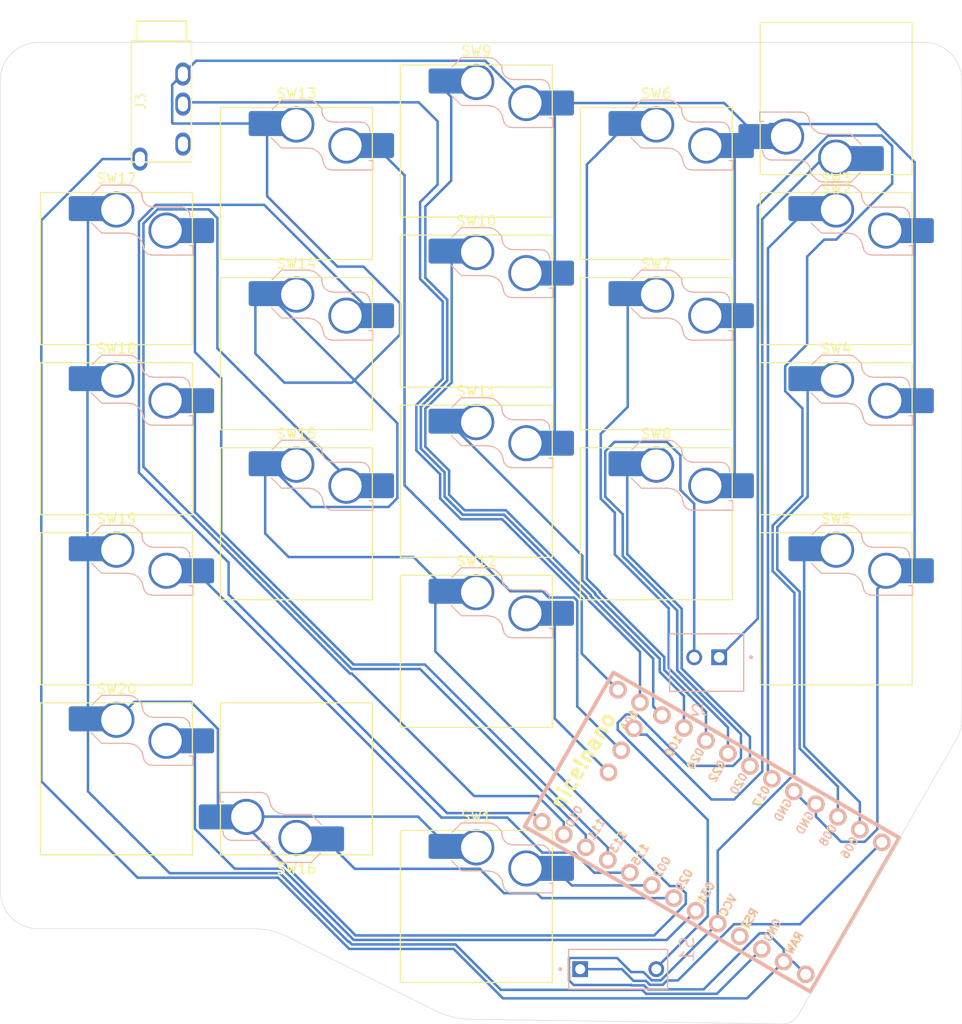
<source format=kicad_pcb>
(kicad_pcb (version 20221018) (generator pcbnew)
  (layers (0 "F.Cu" signal) (31 "B.Cu" signal) (34 "B.Paste" user) (35 "F.Paste" user) (36 "B.SilkS" user "B.Silkscreen") (37 "F.SilkS" user "F.Silkscreen") (38 "B.Mask" user) (39 "F.Mask" user) (44 "Edge.Cuts" user))
  (net 0 "")
  (net 1 "9")
  (net 2 "10")
  (net 3 "11")
  (net 4 "13")
  (net 5 "16")
  (net 6 "17")
  (net 7 "18")
  (net 8 "19")
  (net 9 "20")
  (net 10 "21")
  (net 11 "GND")
  (net 12 "3v3")
  (net 13 "1")
  (net 14 "3")
  (net 15 "4")
  (net 16 "6")
  (net 17 "7")
  (net 18 "8")
  (net 19 "2")
  (net 20 "15")
  (net 21 "14")
  (net 22 "12")
  (net 23 "5")
  (net 24 "Net-(J2-Pad2)")
  (net 25 "RST")
  (net 27 "B-")
  (footprint "ScottoKeebs_Hotswap:Hotswap_Choc_V1_Plated_1.00u" (layer "F.Cu") (at 186.225 56.317944)
    (fp_text reference "SW3")
    (fp_text value "CherryMX")
  )
  (footprint "ScottoKeebs_Hotswap:Hotswap_Choc_V1_Plated_1.00u" (layer "F.Cu") (at 186.225 73.317944)
    (fp_text reference "SW4")
    (fp_text value "CherryMX")
  )
  (footprint "ScottoKeebs_Hotswap:Hotswap_Choc_V1_Plated_1.00u" (layer "F.Cu") (at 186.225 90.317944)
    (fp_text reference "SW5")
    (fp_text value "CherryMX")
  )
  (footprint "ScottoKeebs_Hotswap:Hotswap_Choc_V1_Plated_1.00u" (layer "F.Cu") (at 168.225 47.817944)
    (fp_text reference "SW6")
    (fp_text value "CherryMX")
  )
  (footprint "ScottoKeebs_Hotswap:Hotswap_Choc_V1_Plated_1.00u" (layer "F.Cu") (at 168.225 64.817944)
    (fp_text reference "SW7")
    (fp_text value "CherryMX")
  )
  (footprint "ScottoKeebs_Hotswap:Hotswap_Choc_V1_Plated_1.00u" (layer "F.Cu") (at 168.225 81.817944)
    (fp_text reference "SW8")
    (fp_text value "CherryMX")
  )
  (footprint "ScottoKeebs_Hotswap:Hotswap_Choc_V1_Plated_1.00u" (layer "F.Cu") (at 150.225 43.567944)
    (fp_text reference "SW9")
    (fp_text value "CherryMX")
  )
  (footprint "ScottoKeebs_Hotswap:Hotswap_Choc_V1_Plated_1.00u" (layer "F.Cu") (at 150.225 60.567944)
    (fp_text reference "SW10")
    (fp_text value "CherryMX")
  )
  (footprint "ScottoKeebs_Hotswap:Hotswap_Choc_V1_Plated_1.00u" (layer "F.Cu") (at 150.225 77.567944)
    (fp_text reference "SW11")
    (fp_text value "CherryMX")
  )
  (footprint "ScottoKeebs_Hotswap:Hotswap_Choc_V1_Plated_1.00u" (layer "F.Cu") (at 132.225 47.817944)
    (fp_text reference "SW13")
    (fp_text value "CherryMX")
  )
  (footprint "ScottoKeebs_Hotswap:Hotswap_Choc_V1_Plated_1.00u" (layer "F.Cu") (at 132.225 64.817944)
    (fp_text reference "SW14")
    (fp_text value "CherryMX")
  )
  (footprint "ScottoKeebs_Hotswap:Hotswap_Choc_V1_Plated_1.00u" (layer "F.Cu") (at 132.225 81.817944)
    (fp_text reference "SW15")
    (fp_text value "CherryMX")
  )
  (footprint "ScottoKeebs_Hotswap:Hotswap_Choc_V1_Plated_1.00u" (layer "F.Cu") (at 132.225 107.317944 180)
    (fp_text reference "SW16")
    (fp_text value "CherryMX")
  )
  (footprint "ScottoKeebs_Hotswap:Hotswap_Choc_V1_Plated_1.00u" (layer "F.Cu") (at 114.225 56.317944)
    (fp_text reference "SW17")
    (fp_text value "CherryMX")
  )
  (footprint "ScottoKeebs_Hotswap:Hotswap_Choc_V1_Plated_1.00u" (layer "F.Cu") (at 114.225 73.317944)
    (fp_text reference "SW18")
    (fp_text value "CherryMX")
  )
  (footprint "ScottoKeebs_Hotswap:Hotswap_Choc_V1_Plated_1.00u" (layer "F.Cu") (at 114.225 90.317944)
    (fp_text reference "SW19")
    (fp_text value "CherryMX")
  )
  (footprint "ScottoKeebs_Hotswap:Hotswap_Choc_V1_Plated_1.00u" (layer "F.Cu") (at 114.225 107.317944)
    (fp_text reference "SW20")
    (fp_text value "CherryMX")
  )
  (footprint "Nice_nano:nice_nano" (layer "F.Cu") (at 172.69 112.002944 150)
    (fp_text reference "U3" hide)
    (fp_text value "nice_nano" hide)
  )
  (footprint "ScottoKeebs_Hotswap:Hotswap_Choc_V1_Plated_1.00u" (layer "F.Cu") (at 186.225 39.317944 180)
    (fp_text reference "SW2")
    (fp_text value "CherryMX")
  )
  (footprint "ScottoKeebs_Hotswap:Hotswap_Choc_V1_Plated_1.00u" (layer "F.Cu") (at 150.225 120.067944)
    (fp_text reference "SW1")
    (fp_text value "CherryMX")
  )
  (footprint "MJ-4PP-9:MJ-4PP-9" (layer "F.Cu") (at 118.775 39.617944 -90)
    (fp_text reference "J3")
    (fp_text value "MJ-4PP-9_MJ-4PP-9")
  )
  (footprint "ScottoKeebs_Hotswap:Hotswap_Choc_V1_Plated_1.00u" (layer "F.Cu") (at 150.225 94.567944)
    (fp_text reference "SW12")
    (fp_text value "CherryMX")
  )
  (footprint "DIP:SW_DS01-254-L-01BE" (layer "B.Cu") (at 164.425 126.337944 90)
    (fp_text reference "S1")
    (fp_text value "DS01-254-L-01BE")
  )
  (footprint "Connectors_user:JST_B2B-XH-A_LF__SN_" (layer "B.Cu") (at 173.275 95.692944)
    (fp_text reference "J2")
    (fp_text value "B2B-XH-A_LF__SN_")
  )
  (gr_arc (start 127.84125 122.292944) (mid 129.804879 122.534678) (end 131.65125 123.245444) (stroke (width 0.05)) (layer "Edge.Cuts"))
  (gr_line (start 102.6 37.520444) (end 102.6 118.482944) (stroke (width 0.05)) (layer "Edge.Cuts"))
  (gr_line (start 198.8025 101.337944) (end 198.8025 37.520444) (stroke (width 0.05)) (layer "Edge.Cuts"))
  (gr_line (start 131.65125 123.245444) (end 145.93875 130.389194) (stroke (width 0.05)) (layer "Edge.Cuts"))
  (gr_arc (start 102.6 37.520444) (mid 103.715922 34.826365) (end 106.41 33.710444) (stroke (width 0.05)) (layer "Edge.Cuts"))
  (gr_arc (start 182.509442 130.815165) (mid 181.748215 131.570266) (end 180.705 131.817944) (stroke (width 0.05)) (layer "Edge.Cuts"))
  (gr_arc (start 149.74875 131.341694) (mid 147.785121 131.09996) (end 145.93875 130.389194) (stroke (width 0.05)) (layer "Edge.Cuts"))
  (gr_line (start 194.9925 33.710444) (end 106.41 33.710444) (stroke (width 0.05)) (layer "Edge.Cuts"))
  (gr_arc (start 198.8025 101.337944) (mid 198.681633 102.319759) (end 198.32625 103.242944) (stroke (width 0.05)) (layer "Edge.Cuts"))
  (gr_line (start 182.509442 130.815165) (end 198.32625 103.242944) (stroke (width 0.05)) (layer "Edge.Cuts"))
  (gr_arc (start 194.9925 33.710444) (mid 197.686577 34.826367) (end 198.8025 37.520444) (stroke (width 0.05)) (layer "Edge.Cuts"))
  (gr_line (start 180.705 131.817944) (end 149.74875 131.341694) (stroke (width 0.05)) (layer "Edge.Cuts"))
  (gr_arc (start 106.41 122.292944) (mid 103.715923 121.177021) (end 102.6 118.482944) (stroke (width 0.05)) (layer "Edge.Cuts"))
  (gr_line (start 127.84125 122.292944) (end 106.41 122.292944) (stroke (width 0.05)) (layer "Edge.Cuts"))
  (segment (start 161.225 89.150052) (end 161.225 89.247132) (width 0.25) (layer "B.Cu") (net 1))
  (segment (start 144.675 70.136448) (end 144.675 74.30434) (width 0.25) (layer "B.Cu") (net 1))
  (segment (start 152.992892 80.917944) (end 161.225 89.150052) (width 0.25) (layer "B.Cu") (net 1))
  (segment (start 145.268504 69.542944) (end 144.675 70.136448) (width 0.25) (layer "B.Cu") (net 1))
  (segment (start 145.125 50.117944) (end 145.125 57.231548) (width 0.25) (layer "B.Cu") (net 1))
  (segment (start 144.675 74.30434) (end 147.055 76.68434) (width 0.25) (layer "B.Cu") (net 1))
  (segment (start 147.715 47.527944) (end 145.125 50.117944) (width 0.25) (layer "B.Cu") (net 1))
  (segment (start 147.715 39.157944) (end 147.715 47.527944) (width 0.25) (layer "B.Cu") (net 1))
  (segment (start 147.055 76.68434) (end 147.055 79.10434) (width 0.25) (layer "B.Cu") (net 1))
  (segment (start 145.286396 69.542944) (end 145.268504 69.542944) (width 0.25) (layer "B.Cu") (net 1))
  (segment (start 147.315 59.421548) (end 147.315 67.51434) (width 0.25) (layer "B.Cu") (net 1))
  (segment (start 145.125 57.231548) (end 147.315 59.421548) (width 0.25) (layer "B.Cu") (net 1))
  (segment (start 147.055 79.10434) (end 148.868604 80.917944) (width 0.25) (layer "B.Cu") (net 1))
  (segment (start 166.60133 94.623462) (end 166.60133 99.68883) (width 0.25) (layer "B.Cu") (net 1))
  (segment (start 147.315 67.51434) (end 145.286396 69.542944) (width 0.25) (layer "B.Cu") (net 1))
  (segment (start 148.868604 80.917944) (end 152.992892 80.917944) (width 0.25) (layer "B.Cu") (net 1))
  (segment (start 161.225 89.247132) (end 166.60133 94.623462) (width 0.25) (layer "B.Cu") (net 1))
  (segment (start 147.375 37.567944) (end 147.375 38.817944) (width 0.25) (layer "B.Cu") (net 1))
  (segment (start 147.375 38.817944) (end 147.715 39.157944) (width 0.25) (layer "B.Cu") (net 1))
  (segment (start 144.605 49.667944) (end 146.355 47.917944) (width 0.25) (layer "B.Cu") (net 2))
  (segment (start 144.605 57.347944) (end 144.605 49.667944) (width 0.25) (layer "B.Cu") (net 2))
  (segment (start 148.682208 81.367944) (end 146.605 79.290736) (width 0.25) (layer "B.Cu") (net 2))
  (segment (start 144.225 69.950052) (end 145.082108 69.092944) (width 0.25) (layer "B.Cu") (net 2))
  (segment (start 152.806496 81.367944) (end 148.682208 81.367944) (width 0.25) (layer "B.Cu") (net 2))
  (segment (start 145.1 69.092944) (end 146.865 67.327944) (width 0.25) (layer "B.Cu") (net 2))
  (segment (start 164.401625 98.41883) (end 160.775 94.792205) (width 0.25) (layer "B.Cu") (net 2))
  (segment (start 146.355 47.917944) (end 146.355 41.587944) (width 0.25) (layer "B.Cu") (net 2))
  (segment (start 121.045 39.697944) (end 120.875 39.867944) (width 0.25) (layer "B.Cu") (net 2))
  (segment (start 146.605 79.290736) (end 146.605 76.870736) (width 0.25) (layer "B.Cu") (net 2))
  (segment (start 144.465 39.697944) (end 121.045 39.697944) (width 0.25) (layer "B.Cu") (net 2))
  (segment (start 146.605 76.870736) (end 144.225 74.490736) (width 0.25) (layer "B.Cu") (net 2))
  (segment (start 146.865 59.607944) (end 144.605 57.347944) (width 0.25) (layer "B.Cu") (net 2))
  (segment (start 145.082108 69.092944) (end 145.1 69.092944) (width 0.25) (layer "B.Cu") (net 2))
  (segment (start 146.355 41.587944) (end 144.465 39.697944) (width 0.25) (layer "B.Cu") (net 2))
  (segment (start 160.775 89.336448) (end 152.806496 81.367944) (width 0.25) (layer "B.Cu") (net 2))
  (segment (start 146.865 67.327944) (end 146.865 59.607944) (width 0.25) (layer "B.Cu") (net 2))
  (segment (start 160.775 94.792205) (end 160.775 89.336448) (width 0.25) (layer "B.Cu") (net 2))
  (segment (start 144.225 74.490736) (end 144.225 69.950052) (width 0.25) (layer "B.Cu") (net 2))
  (segment (start 189.075 45.317944) (end 184.8799 45.317944) (width 0.25) (layer "B.Cu") (net 3))
  (segment (start 178.835 106.574492) (end 176.031548 109.377944) (width 0.25) (layer "B.Cu") (net 3))
  (segment (start 184.8799 45.317944) (end 178.835 51.362844) (width 0.25) (layer "B.Cu") (net 3))
  (segment (start 173.750443 109.377944) (end 167.270443 102.897944) (width 0.25) (layer "B.Cu") (net 3))
  (segment (start 166.61965 102.897944) (end 165.991241 102.269535) (width 0.25) (layer "B.Cu") (net 3))
  (segment (start 176.031548 109.377944) (end 173.750443 109.377944) (width 0.25) (layer "B.Cu") (net 3))
  (segment (start 167.270443 102.897944) (end 166.61965 102.897944) (width 0.25) (layer "B.Cu") (net 3))
  (segment (start 178.835 51.362844) (end 178.835 106.574492) (width 0.25) (layer "B.Cu") (net 3))
  (segment (start 158.075 101.292703) (end 158.075 90.767944) (width 0.25) (layer "B.Cu") (net 4))
  (segment (start 163.451241 106.668944) (end 158.075 101.292703) (width 0.25) (layer "B.Cu") (net 4))
  (segment (start 161.181034 112.917783) (end 144.606195 96.342944) (width 0.25) (layer "B.Cu") (net 5))
  (segment (start 122.075 80.65434) (end 122.075 69.517944) (width 0.25) (layer "B.Cu") (net 5))
  (segment (start 161.181034 114.157058) (end 161.181034 112.917783) (width 0.25) (layer "B.Cu") (net 5))
  (segment (start 137.763604 96.342944) (end 122.075 80.65434) (width 0.25) (layer "B.Cu") (net 5))
  (segment (start 144.606195 96.342944) (end 137.763604 96.342944) (width 0.25) (layer "B.Cu") (net 5))
  (segment (start 124.705 82.647944) (end 137.95 95.892944) (width 0.25) (layer "B.Cu") (net 6))
  (segment (start 163.380739 114.187783) (end 163.380739 115.427058) (width 0.25) (layer "B.Cu") (net 6))
  (segment (start 137.95 95.892944) (end 145.0859 95.892944) (width 0.25) (layer "B.Cu") (net 6))
  (segment (start 122.075 52.517944) (end 122.075 64.657944) (width 0.25) (layer "B.Cu") (net 6))
  (segment (start 145.0859 95.892944) (end 163.380739 114.187783) (width 0.25) (layer "B.Cu") (net 6))
  (segment (start 122.075 64.657944) (end 124.705 67.287944) (width 0.25) (layer "B.Cu") (net 6))
  (segment (start 124.705 67.287944) (end 124.705 82.647944) (width 0.25) (layer "B.Cu") (net 6))
  (segment (start 122.075 86.517944) (end 146.747814 111.190758) (width 0.25) (layer "B.Cu") (net 7))
  (segment (start 162.022139 116.697058) (end 165.580443 116.697058) (width 0.25) (layer "B.Cu") (net 7))
  (segment (start 156.833604 114.692944) (end 160.018025 114.692944) (width 0.25) (layer "B.Cu") (net 7))
  (segment (start 153.331418 111.190758) (end 156.833604 114.692944) (width 0.25) (layer "B.Cu") (net 7))
  (segment (start 160.018025 114.692944) (end 162.022139 116.697058) (width 0.25) (layer "B.Cu") (net 7))
  (segment (start 146.747814 111.190758) (end 153.331418 111.190758) (width 0.25) (layer "B.Cu") (net 7))
  (segment (start 159.774114 117.967058) (end 167.780148 117.967058) (width 0.25) (layer "B.Cu") (net 8))
  (segment (start 158.075 116.267944) (end 159.774114 117.967058) (width 0.25) (layer "B.Cu") (net 8))
  (segment (start 150.566219 116.307944) (end 138.065 116.307944) (width 0.25) (layer "B.Cu") (net 9))
  (segment (start 156.273833 118.742944) (end 153.001219 118.742944) (width 0.25) (layer "B.Cu") (net 9))
  (segment (start 156.767947 119.237058) (end 156.273833 118.742944) (width 0.25) (layer "B.Cu") (net 9))
  (segment (start 153.001219 118.742944) (end 150.566219 116.307944) (width 0.25) (layer "B.Cu") (net 9))
  (segment (start 138.065 116.307944) (end 135.075 113.317944) (width 0.25) (layer "B.Cu") (net 9))
  (segment (start 169.979852 119.237058) (end 156.767947 119.237058) (width 0.25) (layer "B.Cu") (net 9))
  (segment (start 130.843604 116.297944) (end 137.963604 123.417944) (width 0.25) (layer "B.Cu") (net 10))
  (segment (start 122.075 103.517944) (end 122.075 112.313044) (width 0.25) (layer "B.Cu") (net 10))
  (segment (start 126.0599 116.297944) (end 130.843604 116.297944) (width 0.25) (layer "B.Cu") (net 10))
  (segment (start 137.963604 123.417944) (end 169.268671 123.417944) (width 0.25) (layer "B.Cu") (net 10))
  (segment (start 122.075 112.313044) (end 126.0599 116.297944) (width 0.25) (layer "B.Cu") (net 10))
  (segment (start 169.268671 123.417944) (end 172.179557 120.507058) (width 0.25) (layer "B.Cu") (net 10))
  (segment (start 122.2 35.542944) (end 151.105204 35.542944) (width 0.25) (layer "B.Cu") (net 11))
  (segment (start 119.853858 41.817944) (end 119.8 41.764086) (width 0.25) (layer "B.Cu") (net 11))
  (segment (start 136.335 56.117944) (end 129.295 49.077944) (width 0.25) (layer "B.Cu") (net 11))
  (segment (start 194.075 69.517944) (end 194.075 86.517944) (width 0.25) (layer "B.Cu") (net 11))
  (segment (start 174.292784 128.802944) (end 167.213963 128.802944) (width 0.25) (layer "B.Cu") (net 11))
  (segment (start 147.375 114.067944) (end 144.4 111.092944) (width 0.25) (layer "B.Cu") (net 11))
  (segment (start 176.075 44.017944) (end 176.075 61.017944) (width 0.25) (layer "B.Cu") (net 11))
  (segment (start 121.6701 99.617944) (end 116.025 99.617944) (width 0.25) (layer "B.Cu") (net 11))
  (segment (start 178.375 43.117944) (end 176.975 43.117944) (width 0.25) (layer "B.Cu") (net 11))
  (segment (start 189.078156 113.607944) (end 186.718805 113.607944) (width 0.25) (layer "B.Cu") (net 11))
  (segment (start 120.875 36.867944) (end 122.2 35.542944) (width 0.25) (layer "B.Cu") (net 11))
  (segment (start 142.595 59.777944) (end 138.935 56.117944) (width 0.25) (layer "B.Cu") (net 11))
  (segment (start 190.348079 88.319865) (end 190.348079 112.338021) (width 0.25) (layer "B.Cu") (net 11))
  (segment (start 116.025 99.617944) (end 114.225 101.417944) (width 0.25) (layer "B.Cu") (net 11))
  (segment (start 137.777208 123.867944) (end 137.502208 123.592944) (width 0.25) (layer "B.Cu") (net 11))
  (segment (start 129.375 41.817944) (end 119.853858 41.817944) (width 0.25) (layer "B.Cu") (net 11))
  (segment (start 169.582814 118.035758) (end 170.477447 118.035758) (width 0.25) (layer "B.Cu") (net 11))
  (segment (start 171.181152 118.739463) (end 171.181152 119.806568) (width 0.25) (layer "B.Cu") (net 11))
  (segment (start 119.8 41.764086) (end 119.8 37.942944) (width 0.25) (layer "B.Cu") (net 11))
  (segment (start 176.075 61.017944) (end 176.075 78.017944) (width 0.25) (layer "B.Cu") (net 11))
  (segment (start 186.718805 113.607944) (end 184.198966 111.088105) (width 0.25) (layer "B.Cu") (net 11))
  (segment (start 175.025 39.767944) (end 178.375 43.117944) (width 0.25) (layer "B.Cu") (net 11))
  (segment (start 151.105204 35.542944) (end 155.330204 39.767944) (width 0.25) (layer "B.Cu") (net 11))
  (segment (start 129.375 75.817944) (end 133.7 80.142944) (width 0.25) (layer "B.Cu") (net 11))
  (segment (start 131.453781 85.147944) (end 143.955 85.147944) (width 0.25) (layer "B.Cu") (net 11))
  (segment (start 192.15 86.517944) (end 190.348079 88.319865) (width 0.25) (layer "B.Cu") (net 11))
  (segment (start 131.023781 67.717944) (end 137.785 67.717944) (width 0.25) (layer "B.Cu") (net 11))
  (segment (start 167.213963 128.802944) (end 166.818963 128.407944) (width 0.25) (layer "B.Cu") (net 11))
  (segment (start 142.595 62.907944) (end 142.595 59.777944) (width 0.25) (layer "B.Cu") (net 11))
  (segment (start 111.375 108.569163) (end 111.375 101.317944) (width 0.25) (layer "B.Cu") (net 11))
  (segment (start 138.935 56.117944) (end 136.335 56.117944) (width 0.25) (layer "B.Cu") (net 11))
  (segment (start 158.075 39.767944) (end 158.075 56.767944) (width 0.25) (layer "B.Cu") (net 11))
  (segment (start 128.125 60.067944) (end 128.125 64.819163) (width 0.25) (layer "B.Cu") (net 11))
  (segment (start 142.325 79.263044) (end 142.325 71.767944) (width 0.25) (layer "B.Cu") (net 11))
  (segment (start 129.375 75.817944) (end 129.105 76.087944) (width 0.25) (layer "B.Cu") (net 11))
  (segment (start 171.181152 119.806568) (end 168.019776 122.967944) (width 0.25) (layer "B.Cu") (net 11))
  (segment (start 141.4451 80.142944) (end 142.325 79.263044) (width 0.25) (layer "B.Cu") (net 11))
  (segment (start 146.125 94.577944) (end 169.582814 118.035758) (width 0.25) (layer "B.Cu") (net 11))
  (segment (start 170.477447 118.035758) (end 171.181152 118.739463) (width 0.25) (layer "B.Cu") (net 11))
  (segment (start 178.375 43.117944) (end 179.625 41.867944) (width 0.25) (layer "B.Cu") (net 11))
  (segment (start 146.125 89.817944) (end 146.125 94.577944) (width 0.25) (layer "B.Cu") (net 11))
  (segment (start 190.348079 112.338021) (end 189.078156 113.607944) (width 0.25) (layer "B.Cu") (net 11))
  (segment (start 130.581396 116.747944) (end 119.553781 116.747944) (width 0.25) (layer "B.Cu") (net 11))
  (segment (start 194.075 52.517944) (end 194.075 69.517944) (width 0.25) (layer "B.Cu") (net 11))
  (segment (start 181.999261 108.57883) (end 183.269261 109.84883) (width 0.25) (layer "B.Cu") (net 11))
  (segment (start 111.325 67.367944) (end 111.325 84.267944) (width 0.25) (layer "B.Cu") (net 11))
  (segment (start 190.261396 41.867944) (end 194.075 45.681548) (width 0.25) (layer "B.Cu") (net 11))
  (segment (start 179.625 41.867944) (end 190.261396 41.867944) (width 0.25) (layer "B.Cu") (net 11))
  (segment (start 152.682208 128.407944) (end 148.142208 123.867944) (width 0.25) (layer "B.Cu") (net 11))
  (segment (start 133.7 80.142944) (end 141.4451 80.142944) (width 0.25) (layer "B.Cu") (net 11))
  (segment (start 194.075 86.517944) (end 192.15 86.517944) (width 0.25) (layer "B.Cu") (net 11))
  (segment (start 147.375 88.567944) (end 146.125 89.817944) (width 0.25) (layer "B.Cu") (net 11))
  (segment (start 129.295 49.077944) (end 129.295 41.897944) (width 0.25) (layer "B.Cu") (net 11))
  (segment (start 119.8 37.942944) (end 120.875 36.867944) (width 0.25) (layer "B.Cu") (net 11))
  (segment (start 176.975 43.117944) (end 176.075 44.017944) (width 0.25) (layer "B.Cu") (net 11))
  (segment (start 124.375 102.322844) (end 121.6701 99.617944) (width 0.25) (layer "B.Cu") (net 11))
  (segment (start 111.375 101.317944) (end 111.375 84.317944) (width 0.25) (layer "B.Cu") (net 11))
  (segment (start 158.075 39.767944) (end 175.025 39.767944) (width 0.25) (layer "B.Cu") (net 11))
  (segment (start 155.330204 39.767944) (end 158.075 39.767944) (width 0.25) (layer "B.Cu") (net 11))
  (segment (start 143.955 85.147944) (end 147.375 88.567944) (width 0.25) (layer "B.Cu") (net 11))
  (segment (start 129.105 76.087944) (end 129.105 82.799163) (width 0.25) (layer "B.Cu") (net 11))
  (segment (start 184.198966 111.088105) (end 184.198966 109.84883) (width 0.25) (layer "B.Cu") (net 11))
  (segment (start 168.019776 122.967944) (end 138.15 122.967944) (width 0.25) (layer "B.Cu") (net 11))
  (segment (start 127.25 111.092944) (end 127.225 111.117944) (width 0.25) (layer "B.Cu") (net 11))
  (segment (start 129.295 41.897944) (end 129.375 41.817944) (width 0.25) (layer "B.Cu") (net 11))
  (segment (start 144.4 111.092944) (end 127.25 111.092944) (width 0.25) (layer "B.Cu") (net 11))
  (segment (start 137.426396 123.592944) (end 130.581396 116.747944) (width 0.25) (layer "B.Cu") (net 11))
  (segment (start 129.105 82.799163) (end 131.453781 85.147944) (width 0.25) (layer "B.Cu") (net 11))
  (segment (start 119.553781 116.747944) (end 111.375 108.569163) (width 0.25) (layer "B.Cu") (net 11))
  (segment (start 129.375 58.817944) (end 128.125 60.067944) (width 0.25) (layer "B.Cu") (net 11))
  (segment (start 128.125 64.819163) (end 131.023781 67.717944) (width 0.25) (layer "B.Cu") (net 11))
  (segment (start 194.075 45.681548) (end 194.075 52.517944) (width 0.25) (layer "B.Cu") (net 11))
  (segment (start 126.3 111.117944) (end 124.375 111.117944) (width 0.25) (layer "B.Cu") (net 11))
  (segment (start 124.375 111.117944) (end 124.375 102.322844) (width 0.25) (layer "B.Cu") (net 11))
  (segment (start 183.269261 109.84883) (end 184.198966 109.84883) (width 0.25) (layer "B.Cu") (net 11))
  (segment (start 148.142208 123.867944) (end 137.777208 123.867944) (width 0.25) (layer "B.Cu") (net 11))
  (segment (start 166.818963 128.407944) (end 152.682208 128.407944) (width 0.25) (layer "B.Cu") (net 11))
  (segment (start 111.375 67.317944) (end 111.325 67.367944) (width 0.25) (layer "B.Cu") (net 11))
  (segment (start 158.075 73.767944) (end 158.075 56.767944) (width 0.25) (layer "B.Cu") (net 11))
  (segment (start 111.325 84.267944) (end 111.375 84.317944) (width 0.25) (layer "B.Cu") (net 11))
  (segment (start 137.502208 123.592944) (end 137.426396 123.592944) (width 0.25) (layer "B.Cu") (net 11))
  (segment (start 142.325 71.767944) (end 129.375 58.817944) (width 0.25) (layer "B.Cu") (net 11))
  (segment (start 111.375 50.317944) (end 111.375 67.317944) (width 0.25) (layer "B.Cu") (net 11))
  (segment (start 137.785 67.717944) (end 142.595 62.907944) (width 0.25) (layer "B.Cu") (net 11))
  (segment (start 138.15 122.967944) (end 126.3 111.117944) (width 0.25) (layer "B.Cu") (net 11))
  (segment (start 178.77867 124.317058) (end 174.292784 128.802944) (width 0.25) (layer "B.Cu") (net 11))
  (segment (start 190.775 43.017944) (end 185.419796 43.017944) (width 0.25) (layer "B.Cu") (net 12))
  (segment (start 181.908079 125.587058) (end 180.978375 125.587058) (width 0.25) (layer "B.Cu") (net 12))
  (segment (start 168.696849 127.452944) (end 174.372735 121.777058) (width 0.25) (layer "B.Cu") (net 12))
  (segment (start 179.885 82.106042) (end 179.885 81.981548) (width 0.25) (layer "B.Cu") (net 12))
  (segment (start 165.772208 127.957944) (end 165.732208 127.917944) (width 0.25) (layer "B.Cu") (net 12))
  (segment (start 179.885 81.981548) (end 182.85 79.016548) (width 0.25) (layer "B.Cu") (net 12))
  (segment (start 183.178079 126.857058) (end 181.908079 125.587058) (width 0.25) (layer "B.Cu") (net 12))
  (segment (start 166.948151 126.627944) (end 167.773151 127.452944) (width 0.25) (layer "B.Cu") (net 12))
  (segment (start 174.379261 114.499935) (end 182.05 106.829196) (width 0.25) (layer "B.Cu") (net 12))
  (segment (start 159.5 127.452944) (end 159.5 125.222944) (width 0.25) (layer "B.Cu") (net 12))
  (segment (start 191.835 44.077944) (end 190.775 43.017944) (width 0.25) (layer "B.Cu") (net 12))
  (segment (start 185.023781 53.417944) (end 186.230204 53.417944) (width 0.25) (layer "B.Cu") (net 12))
  (segment (start 180.978375 124.347783) (end 179.38327 122.752678) (width 0.25) (layer "B.Cu") (net 12))
  (segment (start 167.400359 128.352944) (end 167.005359 127.957944) (width 0.25) (layer "B.Cu") (net 12))
  (segment (start 182.05 106.829196) (end 182.05 88.72934) (width 0.25) (layer "B.Cu") (net 12))
  (segment (start 182.85 70.288044) (end 181.125 68.563044) (width 0.25) (layer "B.Cu") (net 12))
  (segment (start 178.572241 122.752678) (end 172.971975 128.352944) (width 0.25) (layer "B.Cu") (net 12))
  (segment (start 165.732208 127.917944) (end 159.965 127.917944) (width 0.25) (layer "B.Cu") (net 12))
  (segment (start 174.379261 121.777058) (end 174.379261 114.499935) (width 0.25) (layer "B.Cu") (net 12))
  (segment (start 174.372735 121.777058) (end 174.379261 121.777058) (width 0.25) (layer "B.Cu") (net 12))
  (segment (start 181.125 66.072844) (end 183.325 63.872844) (width 0.25) (layer "B.Cu") (net 12))
  (segment (start 152.890812 129.252944) (end 177.312489 129.252944) (width 0.25) (layer "B.Cu") (net 12))
  (segment (start 116.575 45.367944) (end 112.8299 45.367944) (width 0.25) (layer "B.Cu") (net 12))
  (segment (start 182.85 79.016548) (end 182.85 70.288044) (width 0.25) (layer "B.Cu") (net 12))
  (segment (start 112.8299 45.367944) (end 106.705 51.492844) (width 0.25) (layer "B.Cu") (net 12))
  (segment (start 179.870951 86.550291) (end 179.870951 82.120091) (width 0.25) (layer "B.Cu") (net 12))
  (segment (start 186.230204 53.417944) (end 191.835 47.813148) (width 0.25) (layer "B.Cu") (net 12))
  (segment (start 130.395 117.197944) (end 137.515 124.317944) (width 0.25) (layer "B.Cu") (net 12))
  (segment (start 183.325 55.116725) (end 185.023781 53.417944) (width 0.25) (layer "B.Cu") (net 12))
  (segment (start 183.325 63.872844) (end 183.325 55.116725) (width 0.25) (layer "B.Cu") (net 12))
  (segment (start 167.773151 127.452944) (end 168.696849 127.452944) (width 0.25) (layer "B.Cu") (net 12))
  (segment (start 177.312489 129.252944) (end 180.978375 125.587058) (width 0.25) (layer "B.Cu") (net 12))
  (segment (start 181.125 68.563044) (end 181.125 66.072844) (width 0.25) (layer "B.Cu") (net 12))
  (segment (start 159.965 127.917944) (end 159.5 127.452944) (width 0.25) (layer "B.Cu") (net 12))
  (segment (start 172.971975 128.352944) (end 167.400359 128.352944) (width 0.25) (layer "B.Cu") (net 12))
  (segment (start 185.419796 43.017944) (end 178.385 50.05274) (width 0.25) (layer "B.Cu") (net 12))
  (segment (start 165.715 126.627944) (end 166.948151 126.627944) (width 0.25) (layer "B.Cu") (net 12))
  (segment (start 178.385 91.307944) (end 174.525 95.167944) (width 0.25) (layer "B.Cu") (net 12))
  (segment (start 191.835 47.813148) (end 191.835 44.077944) (width 0.25) (layer "B.Cu") (net 12))
  (segment (start 167.005359 127.957944) (end 165.772208 127.957944) (width 0.25) (layer "B.Cu") (net 12))
  (segment (start 106.705 51.492844) (end 106.705 107.557944) (width 0.25) (layer "B.Cu") (net 12))
  (segment (start 179.870951 82.120091) (end 179.885 82.106042) (width 0.25) (layer "B.Cu") (net 12))
  (segment (start 137.515 124.317944) (end 147.955812 124.317944) (width 0.25) (layer "B.Cu") (net 12))
  (segment (start 179.38327 122.752678) (end 178.572241 122.752678) (width 0.25) (layer "B.Cu") (net 12))
  (segment (start 164.31 125.222944) (end 165.715 126.627944) (width 0.25) (layer "B.Cu") (net 12))
  (segment (start 182.05 88.72934) (end 179.870951 86.550291) (width 0.25) (layer "B.Cu") (net 12))
  (segment (start 178.385 50.05274) (end 178.385 91.307944) (width 0.25) (layer "B.Cu") (net 12))
  (segment (start 180.978375 125.587058) (end 180.978375 124.347783) (width 0.25) (layer "B.Cu") (net 12))
  (segment (start 106.705 107.557944) (end 116.345 117.197944) (width 0.25) (layer "B.Cu") (net 12))
  (segment (start 116.345 117.197944) (end 130.395 117.197944) (width 0.25) (layer "B.Cu") (net 12))
  (segment (start 147.955812 124.317944) (end 152.890812 129.252944) (width 0.25) (layer "B.Cu") (net 12))
  (segment (start 159.5 125.222944) (end 164.31 125.222944) (width 0.25) (layer "B.Cu") (net 12))
  (segment (start 183.025 84.667944) (end 183.375 84.317944) (width 0.25) (layer "B.Cu") (net 13))
  (segment (start 188.598375 109.661319) (end 183.025 104.087944) (width 0.25) (layer "B.Cu") (net 13))
  (segment (start 188.598375 112.38883) (end 188.598375 109.661319) (width 0.25) (layer "B.Cu") (net 13))
  (segment (start 183.025 104.087944) (end 183.025 84.667944) (width 0.25) (layer "B.Cu") (net 13))
  (segment (start 179.4 106.909273) (end 179.4 54.292944) (width 0.25) (layer "B.Cu") (net 14))
  (segment (start 179.4 54.292944) (end 183.375 50.317944) (width 0.25) (layer "B.Cu") (net 14))
  (segment (start 179.799557 107.30883) (end 179.4 106.909273) (width 0.25) (layer "B.Cu") (net 14))
  (segment (start 165.325 84.860658) (end 170.775 90.310658) (width 0.25) (layer "B.Cu") (net 15))
  (segment (start 165.325 75.867944) (end 165.325 84.860658) (width 0.25) (layer "B.Cu") (net 15))
  (segment (start 170.775 96.277944) (end 177.599852 103.102796) (width 0.25) (layer "B.Cu") (net 15))
  (segment (start 165.375 75.817944) (end 165.325 75.867944) (width 0.25) (layer "B.Cu") (net 15))
  (segment (start 170.775 90.310658) (end 170.775 96.277944) (width 0.25) (layer "B.Cu") (net 15))
  (segment (start 177.599852 103.102796) (end 177.599852 106.03883) (width 0.25) (layer "B.Cu") (net 15))
  (segment (start 169.025 95.137944) (end 169.025 96.437132) (width 0.25) (layer "B.Cu") (net 16))
  (segment (start 161.285 45.907944) (end 161.285 87.300864) (width 0.25) (layer "B.Cu") (net 16))
  (segment (start 161.285 87.300864) (end 162.575 88.590864) (width 0.25) (layer "B.Cu") (net 16))
  (segment (start 162.575 88.687944) (end 169.025 95.137944) (width 0.25) (layer "B.Cu") (net 16))
  (segment (start 162.575 88.590864) (end 162.575 88.687944) (width 0.25) (layer "B.Cu") (net 16))
  (segment (start 169.025 96.437132) (end 173.200443 100.612575) (width 0.25) (layer "B.Cu") (net 16))
  (segment (start 165.375 41.817944) (end 161.285 45.907944) (width 0.25) (layer "B.Cu") (net 16))
  (segment (start 173.200443 100.612575) (end 173.200443 103.49883) (width 0.25) (layer "B.Cu") (net 16))
  (segment (start 160.835 87.48726) (end 162.125 88.77726) (width 0.25) (layer "B.Cu") (net 17))
  (segment (start 162.125 88.77726) (end 162.125 88.87434) (width 0.25) (layer "B.Cu") (net 17))
  (segment (start 168.575 95.32434) (end 168.575 96.623528) (width 0.25) (layer "B.Cu") (net 17))
  (segment (start 168.575 96.623528) (end 171.000739 99.049267) (width 0.25) (layer "B.Cu") (net 17))
  (segment (start 162.125 88.87434) (end 168.575 95.32434) (width 0.25) (layer "B.Cu") (net 17))
  (segment (start 171.000739 99.049267) (end 171.000739 102.22883) (width 0.25) (layer "B.Cu") (net 17))
  (segment (start 160.835 85.027944) (end 160.835 87.48726) (width 0.25) (layer "B.Cu") (net 17))
  (segment (start 147.375 71.567944) (end 160.835 85.027944) (width 0.25) (layer "B.Cu") (net 17))
  (segment (start 147.505 78.917944) (end 147.505 76.497944) (width 0.25) (layer "B.Cu") (net 18))
  (segment (start 168.801034 100.95883) (end 167.924734 100.08253) (width 0.25) (layer "B.Cu") (net 18))
  (segment (start 145.472792 69.992944) (end 147.765 67.700736) (width 0.25) (layer "B.Cu") (net 18))
  (segment (start 161.675 89.060736) (end 161.675 88.963656) (width 0.25) (layer "B.Cu") (net 18))
  (segment (start 153.179288 80.467944) (end 149.055 80.467944) (width 0.25) (layer "B.Cu") (net 18))
  (segment (start 167.924734 100.08253) (end 167.924734 95.31047) (width 0.25) (layer "B.Cu") (net 18))
  (segment (start 145.125 74.117944) (end 145.125 70.322844) (width 0.25) (layer "B.Cu") (net 18))
  (segment (start 167.924734 95.31047) (end 161.675 89.060736) (width 0.25) (layer "B.Cu") (net 18))
  (segment (start 147.765 67.700736) (end 147.765 54.957944) (width 0.25) (layer "B.Cu") (net 18))
  (segment (start 145.4549 69.992944) (end 145.472792 69.992944) (width 0.25) (layer "B.Cu") (net 18))
  (segment (start 147.765 54.957944) (end 147.375 54.567944) (width 0.25) (layer "B.Cu") (net 18))
  (segment (start 161.675 88.963656) (end 153.179288 80.467944) (width 0.25) (layer "B.Cu") (net 18))
  (segment (start 145.125 70.322844) (end 145.4549 69.992944) (width 0.25) (layer "B.Cu") (net 18))
  (segment (start 147.505 76.497944) (end 145.125 74.117944) (width 0.25) (layer "B.Cu") (net 18))
  (segment (start 149.055 80.467944) (end 147.505 78.917944) (width 0.25) (layer "B.Cu") (net 18))
  (segment (start 183.375 79.127944) (end 180.335 82.167944) (width 0.25) (layer "B.Cu") (net 19))
  (segment (start 182.575 88.617944) (end 182.575 104.27434) (width 0.25) (layer "B.Cu") (net 19))
  (segment (start 182.575 104.27434) (end 186.39867 108.09801) (width 0.25) (layer "B.Cu") (net 19))
  (segment (start 180.335 86.377944) (end 182.575 88.617944) (width 0.25) (layer "B.Cu") (net 19))
  (segment (start 183.375 67.317944) (end 183.375 79.127944) (width 0.25) (layer "B.Cu") (net 19))
  (segment (start 186.39867 108.09801) (end 186.39867 111.11883) (width 0.25) (layer "B.Cu") (net 19))
  (segment (start 180.335 82.167944) (end 180.335 86.377944) (width 0.25) (layer "B.Cu") (net 19))
  (segment (start 138.051167 78.017944) (end 124.325 64.291777) (width 0.25) (layer "B.Cu") (net 20))
  (segment (start 156.371776 109.038229) (end 158.98133 111.647783) (width 0.25) (layer "B.Cu") (net 20))
  (segment (start 118.344796 50.392944) (end 116.925 51.81274) (width 0.25) (layer "B.Cu") (net 20))
  (segment (start 140.075 78.017944) (end 138.051167 78.017944) (width 0.25) (layer "B.Cu") (net 20))
  (segment (start 124.325 51.272844) (end 123.4451 50.392944) (width 0.25) (layer "B.Cu") (net 20))
  (segment (start 150.015285 109.038229) (end 156.371776 109.038229) (width 0.25) (layer "B.Cu") (net 20))
  (segment (start 123.4451 50.392944) (end 118.344796 50.392944) (width 0.25) (layer "B.Cu") (net 20))
  (segment (start 137.577208 96.792944) (end 137.77 96.792944) (width 0.25) (layer "B.Cu") (net 20))
  (segment (start 158.98133 111.647783) (end 158.98133 112.887058) (width 0.25) (layer "B.Cu") (net 20))
  (segment (start 124.325 64.291777) (end 124.325 51.272844) (width 0.25) (layer "B.Cu") (net 20))
  (segment (start 137.77 96.792944) (end 150.015285 109.038229) (width 0.25) (layer "B.Cu") (net 20))
  (segment (start 116.925 76.140736) (end 137.577208 96.792944) (width 0.25) (layer "B.Cu") (net 20))
  (segment (start 116.925 51.81274) (end 116.925 76.140736) (width 0.25) (layer "B.Cu") (net 20))
  (segment (start 118.1584 49.942944) (end 129 49.942944) (width 0.25) (layer "B.Cu") (net 21))
  (segment (start 125.445 88.883044) (end 125.445 85.687944) (width 0.25) (layer "B.Cu") (net 21))
  (segment (start 116.475 51.626344) (end 118.1584 49.942944) (width 0.25) (layer "B.Cu") (net 21))
  (segment (start 116.475 76.717944) (end 116.475 51.626344) (width 0.25) (layer "B.Cu") (net 21))
  (segment (start 155.905325 110.740758) (end 147.302714 110.740758) (width 0.25) (layer "B.Cu") (net 21))
  (segment (start 147.302714 110.740758) (end 125.445 88.883044) (width 0.25) (layer "B.Cu") (net 21))
  (segment (start 129 49.942944) (end 140.075 61.017944) (width 0.25) (layer "B.Cu") (net 21))
  (segment (start 156.781625 111.617058) (end 155.905325 110.740758) (width 0.25) (layer "B.Cu") (net 21))
  (segment (start 125.445 85.687944) (end 116.475 76.717944) (width 0.25) (layer "B.Cu") (net 21))
  (segment (start 143.045 77.977944) (end 143.045 46.987944) (width 0.25) (layer "B.Cu") (net 22))
  (segment (start 157.473604 89.192944) (end 156.848604 88.567944) (width 0.25) (layer "B.Cu") (net 22))
  (segment (start 164.721241 104.469239) (end 160.325 100.072998) (width 0.25) (layer "B.Cu") (net 22))
  (segment (start 143.045 46.987944) (end 140.075 44.017944) (width 0.25) (layer "B.Cu") (net 22))
  (segment (start 156.848604 88.567944) (end 153.635 88.567944) (width 0.25) (layer "B.Cu") (net 22))
  (segment (start 153.635 88.567944) (end 143.045 77.977944) (width 0.25) (layer "B.Cu") (net 22))
  (segment (start 160.325 89.522844) (end 159.9951 89.192944) (width 0.25) (layer "B.Cu") (net 22))
  (segment (start 159.9951 89.192944) (end 157.473604 89.192944) (width 0.25) (layer "B.Cu") (net 22))
  (segment (start 160.325 100.072998) (end 160.325 89.522844) (width 0.25) (layer "B.Cu") (net 22))
  (segment (start 162.675 79.30434) (end 162.675 72.837944) (width 0.25) (layer "B.Cu") (net 23))
  (segment (start 162.675 72.837944) (end 165.375 70.137944) (width 0.25) (layer "B.Cu") (net 23))
  (segment (start 169.475 90.28345) (end 164.078604 84.887054) (width 0.25) (layer "B.Cu") (net 23))
  (segment (start 175.400148 104.76883) (end 175.400148 102.175884) (width 0.25) (layer "B.Cu") (net 23))
  (segment (start 169.475 96.250736) (end 169.475 90.28345) (width 0.25) (layer "B.Cu") (net 23))
  (segment (start 165.375 70.137944) (end 165.375 58.817944) (width 0.25) (layer "B.Cu") (net 23))
  (segment (start 164.078604 84.887054) (end 164.078604 80.707944) (width 0.25) (layer "B.Cu") (net 23))
  (segment (start 164.078604 80.707944) (end 162.675 79.30434) (width 0.25) (layer "B.Cu") (net 23))
  (segment (start 175.400148 102.175884) (end 169.475 96.250736) (width 0.25) (layer "B.Cu") (net 23))
  (segment (start 173.380857 111.420923) (end 173.380857 121.062087) (width 0.25) (layer "B.Cu") (net 24))
  (segment (start 173.380857 121.062087) (end 168.235 126.207944) (width 0.25) (layer "B.Cu") (net 24))
  (segment (start 164.875 85.047054) (end 170.325 90.497054) (width 0.25) (layer "B.Cu") (net 24))
  (segment (start 163.125 74.572844) (end 163.125 79.117944) (width 0.25) (layer "B.Cu") (net 24))
  (segment (start 164.875 80.867944) (end 164.875 85.047054) (width 0.25) (layer "B.Cu") (net 24))
  (segment (start 176.705 102.84434) (end 176.705 105.234787) (width 0.25) (layer "B.Cu") (net 24))
  (segment (start 167.192541 101.795485) (end 167.192541 101.77194) (width 0.25) (layer "B.Cu") (net 24))
  (segment (start 164.375 102.415066) (end 173.380857 111.420923) (width 0.25) (layer "B.Cu") (net 24))
  (segment (start 170.645 78.443148) (end 170.645 74.987944) (width 0.25) (layer "B.Cu") (net 24))
  (segment (start 171.415 106.017944) (end 167.192541 101.795485) (width 0.25) (layer "B.Cu") (net 24))
  (segment (start 170.325 96.46434) (end 176.705 102.84434) (width 0.25) (layer "B.Cu") (net 24))
  (segment (start 172.025 95.167944) (end 172.025 79.823148) (width 0.25) (layer "B.Cu") (net 24))
  (segment (start 170.645 74.987944) (end 169.295 73.637944) (width 0.25) (layer "B.Cu") (net 24))
  (segment (start 169.295 73.637944) (end 164.0599 73.637944) (width 0.25) (layer "B.Cu") (net 24))
  (segment (start 176.705 105.234787) (end 175.921843 106.017944) (width 0.25) (layer "B.Cu") (net 24))
  (segment (start 163.125 79.117944) (end 164.875 80.867944) (width 0.25) (layer "B.Cu") (net 24))
  (segment (start 167.192541 101.77194) (end 166.298545 100.877944) (width 0.25) (layer "B.Cu") (net 24))
  (segment (start 164.0599 73.637944) (end 163.125 74.572844) (width 0.25) (layer "B.Cu") (net 24))
  (segment (start 166.298545 100.877944) (end 165.205 100.877944) (width 0.25) (layer "B.Cu") (net 24))
  (segment (start 164.375 101.707944) (end 164.375 102.415066) (width 0.25) (layer "B.Cu") (net 24))
  (segment (start 168.235 126.207944) (end 168.235 126.337944) (width 0.25) (layer "B.Cu") (net 24))
  (segment (start 170.325 90.497054) (end 170.325 96.46434) (width 0.25) (layer "B.Cu") (net 24))
  (segment (start 172.025 79.823148) (end 170.645 78.443148) (width 0.25) (layer "B.Cu") (net 24))
  (segment (start 165.205 100.877944) (end 164.375 101.707944) (width 0.25) (layer "B.Cu") (net 24))
  (segment (start 175.921843 106.017944) (end 171.415 106.017944) (width 0.25) (layer "B.Cu") (net 24))
  (segment (start 176.01079 121.845758) (end 170.388604 127.467944) (width 0.25) (layer "B.Cu") (net 27))
  (segment (start 165.958604 127.507944) (end 164.788604 126.337944) (width 0.25) (layer "B.Cu") (net 27))
  (segment (start 167.191755 127.507944) (end 165.958604 127.507944) (width 0.25) (layer "B.Cu") (net 27))
  (segment (start 190.798079 113.65883) (end 182.611151 121.845758) (width 0.25) (layer "B.Cu") (net 27))
  (segment (start 182.611151 121.845758) (end 176.01079 121.845758) (width 0.25) (layer "B.Cu") (net 27))
  (segment (start 164.788604 126.337944) (end 160.615 126.337944) (width 0.25) (layer "B.Cu") (net 27))
  (segment (start 169.318245 127.467944) (end 168.883245 127.902944) (width 0.25) (layer "B.Cu") (net 27))
  (segment (start 167.586755 127.902944) (end 167.191755 127.507944) (width 0.25) (layer "B.Cu") (net 27))
  (segment (start 170.388604 127.467944) (end 169.318245 127.467944) (width 0.25) (layer "B.Cu") (net 27))
  (segment (start 168.883245 127.902944) (end 167.586755 127.902944) (width 0.25) (layer "B.Cu") (net 27))
)
</source>
